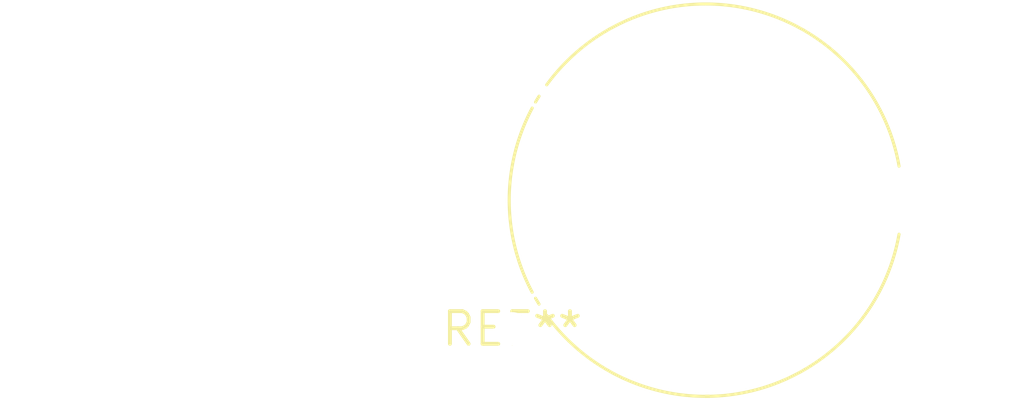
<source format=kicad_pcb>
(kicad_pcb (version 20240108) (generator pcbnew)
  (layers (0 "F.Cu" signal) (31 "B.Cu" signal) (34 "B.Paste" user) (35 "F.Paste" user) (36 "B.SilkS" user "B.Silkscreen") (37 "F.SilkS" user "F.Silkscreen") (38 "B.Mask" user) (39 "F.Mask" user) (44 "Edge.Cuts" user))
  (net 0 "")
  (footprint "Potentiometer_Piher_PT-15-V15_Vertical" (layer "F.Cu") (at 0 0)
    (property "Reference" "REF**")
    (property "Value" "Potentiometer_Piher_PT-15-V15_Vertical")
    (fp_arc (start 0.772013 -1.423856) (mid -0.119358 -5.001051) (end 0.773 -8.578) (layer "F.SilkS") (stroke (width 0.12)))
    (fp_arc (start 0.902012 -8.810055) (mid 0.969511 -8.924625) (end 1.039 -9.038) (layer "F.SilkS") (stroke (width 0.12)))
    (fp_arc (start 1.037952 -0.963019) (mid 0.968481 -1.076412) (end 0.901 -1.191) (layer "F.SilkS") (stroke (width 0.12)))
    (fp_arc (start 1.335622 -9.480307) (mid 9.21553 -12.424935) (end 15.005 -6.322) (layer "F.SilkS") (stroke (width 0.12)))
    (fp_arc (start 7.632064 2.618548) (mid 4.099288 1.818715) (end 1.335 -0.522) (layer "F.SilkS") (stroke (width 0.12)))
    (fp_arc (start 15.004235 -3.676801) (mid 12.398042 0.837259) (end 7.5 2.62) (layer "F.SilkS") (stroke (width 0.12)))
    (pad "1" thru_hole circle (at 0 0) (size 2.34 2.34) (drill 1.3) (layers *.Cu *.Mask) (remove_unused_layers))
    (pad "2" thru_hole circle (at 15 -5) (size 2.34 2.34) (drill 1.3) (layers *.Cu *.Mask) (remove_unused_layers))
    (pad "3" thru_hole circle (at 0 -10) (size 2.34 2.34) (drill 1.3) (layers *.Cu *.Mask) (remove_unused_layers))
  )
)
</source>
